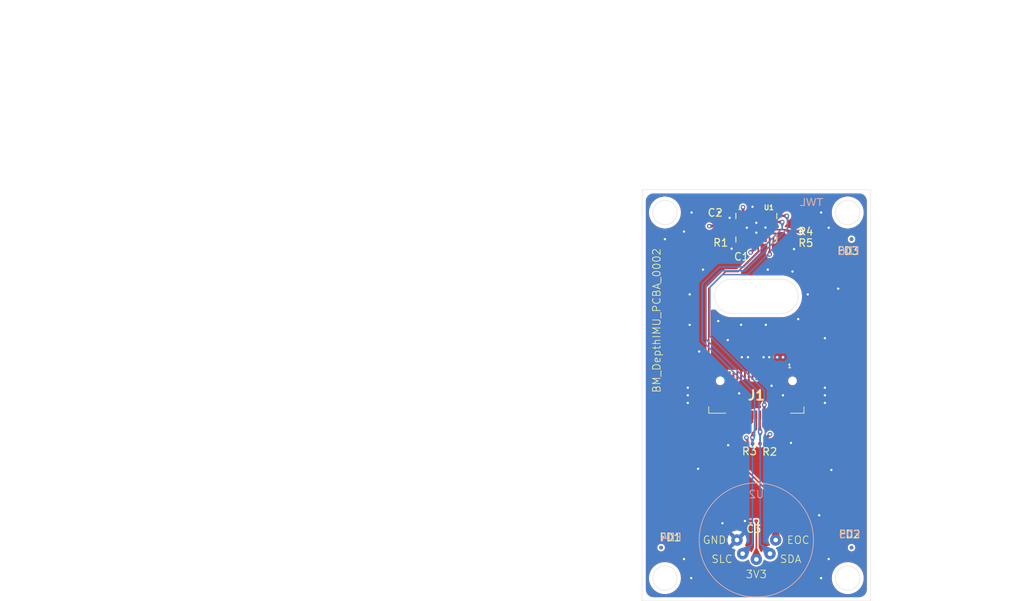
<source format=kicad_pcb>
(kicad_pcb (version 20240108) (generator "pcbnew") (generator_version "8.0")
  (layers (0 "F.Cu" jumper) (1 "In1.Cu" power "GND") (2 "In2.Cu" power "PWR") (31 "B.Cu" signal) (34 "B.Paste" user) (35 "F.Paste" user) (36 "B.SilkS" user "B.Silkscreen") (37 "F.SilkS" user "F.Silkscreen") (38 "B.Mask" user) (39 "F.Mask" user) (44 "Edge.Cuts" user))
  (net 0 "")
  (net 1 "Net-(U1-CAP)")
  (net 2 "GND")
  (net 3 "+3.3V")
  (net 13 "SDA")
  (net 20 "Net-(U1-~{BOOT})")
  (net 21 "SLC")
  (net 35 "EOC")
  (net 36 "~{IMU_RST}")
  (net 37 "~{IMU_INT}")
  (net 39 "Net-(U1-SA0{slash}H_MOSI)")
  (footprint "Capacitor_SMD:C_0201_0603Metric" (layer "F.Cu") (at 149.745 112 180)
    (property "Reference" "C3" (at 0 -1.05 0) (layer "F.SilkS"))
    (property "Value" "100nF 16V X5R")
    (pad "1" smd roundrect (at -0.32 0 180) (size 0.46 0.4) (layers "F.Cu" "F.Mask") (net 3 "+3.3V"))
    (pad "2" smd roundrect (at 0.32 0 180) (size 0.46 0.4) (layers "F.Cu" "F.Mask") (net 2 "GND"))
  )
  (footprint "Fiducial:Fiducial_0.5mm_Mask1mm" (layer "F.Cu") (at 162.59 75)
    (property "Reference" "FD3" (at -0.45 1.55 0) (layer "F.SilkS"))
    (property "Value" "Fiducial_0.5mm_Mask1mm")
    (pad "" smd circle (at 0 0) (size 0.5 0.5) (layers "F.Cu" "F.Mask") (clearance 0.25))
  )
  (footprint "Resistor_SMD:R_0201_0603Metric" (layer "F.Cu") (at 154.59 73.9375 180)
    (property "Reference" "R4" (at -2 -0.0625 0) (layer "F.SilkS"))
    (property "Value" "0")
    (pad "1" smd roundrect (at -0.32 0 180) (size 0.46 0.4) (layers "F.Cu" "F.Mask") (net 3 "+3.3V"))
    (pad "2" smd roundrect (at 0.32 0 180) (size 0.46 0.4) (layers "F.Cu" "F.Mask") (net 39 "Net-(U1-SA0{slash}H_MOSI)"))
  )
  (footprint "Resistor_SMD:R_0201_0603Metric" (layer "F.Cu") (at 149.27 101.85)
    (property "Reference" "R3" (at -0.08 1 0) (layer "F.SilkS"))
    (property "Value" "2K2")
    (pad "1" smd roundrect (at -0.32 0) (size 0.46 0.4) (layers "F.Cu" "F.Mask") (net 3 "+3.3V"))
    (pad "2" smd roundrect (at 0.32 0) (size 0.46 0.4) (layers "F.Cu" "F.Mask") (net 21 "SLC"))
  )
  (footprint "Resistor_SMD:R_0201_0603Metric" (layer "F.Cu") (at 145.485073 74.32449)
    (property "Reference" "R1" (at -0.068421 1.138496 0) (layer "F.SilkS"))
    (property "Value" "10K")
    (pad "1" smd roundrect (at -0.32 0) (size 0.46 0.4) (layers "F.Cu" "F.Mask") (net 3 "+3.3V"))
    (pad "2" smd roundrect (at 0.32 0) (size 0.46 0.4) (layers "F.Cu" "F.Mask") (net 20 "Net-(U1-~{BOOT})"))
  )
  (footprint "Capacitor_SMD:C_0201_0603Metric" (layer "F.Cu") (at 145.166532 72.928579 90)
    (property "Reference" "C2" (at 1.399817 -0.483175 0) (layer "F.SilkS"))
    (property "Value" "100nF 16V X5R")
    (pad "1" smd roundrect (at -0.32 0 90) (size 0.46 0.4) (layers "F.Cu" "F.Mask") (net 3 "+3.3V"))
    (pad "2" smd roundrect (at 0.32 0 90) (size 0.46 0.4) (layers "F.Cu" "F.Mask") (net 2 "GND") (thermal_bridge_width 0.1))
  )
  (footprint "Capacitor_SMD:C_0201_0603Metric" (layer "F.Cu") (at 148.145 76.25 180)
    (property "Reference" "C1" (at 0 -1.05 0) (layer "F.SilkS"))
    (property "Value" "100nF 16V X5R")
    (pad "1" smd roundrect (at -0.32 0 180) (size 0.46 0.4) (layers "F.Cu" "F.Mask") (net 1 "Net-(U1-CAP)"))
    (pad "2" smd roundrect (at 0.32 0 180) (size 0.46 0.4) (layers "F.Cu" "F.Mask") (net 2 "GND") (thermal_bridge_width 0.1))
  )
  (footprint "Sensor Motion BNO085:IC_BNO085" (layer "F.Cu") (at 150.09 73.5)
    (property "Reference" "U1" (at 1.65 -2.65 0) (layer "F.SilkS") (effects (font (size 0.64 0.64))))
    (property "Value" "BNO085")
    (fp_line (start -2.6885 -1.9) (end -2.6885 -1.1885) (stroke (width 0.127)) (layer "F.SilkS"))
    (fp_line (start -2.6885 1.9) (end -2.6885 1.1885) (stroke (width 0.127)) (layer "F.SilkS"))
    (fp_line (start 2.6885 -1.9) (end 2.6885 -1.1885) (stroke (width 0.127)) (layer "F.SilkS"))
    (fp_line (start 2.6885 1.9) (end 2.6885 1.1885) (stroke (width 0.127)) (layer "F.SilkS"))
    (fp_circle (center -2.25 -2.4) (end -2.2 -2.4) (stroke (width 0.1)) (fill none) (layer "F.SilkS"))
    (pad "1" smd rect (at -2.25 -1.5625) (size 0.25 0.675) (layers "F.Cu" "F.Paste" "F.Mask"))
    (pad "2" smd rect (at -2.3125 -0.75) (size 0.575 0.25) (layers "F.Cu" "F.Paste" "F.Mask") (net 2 "GND"))
    (pad "3" smd rect (at -2.3125 -0.25) (size 0.575 0.25) (layers "F.Cu" "F.Paste" "F.Mask") (net 3 "+3.3V"))
    (pad "4" smd rect (at -2.3125 0.25) (size 0.575 0.25) (layers "F.Cu" "F.Paste" "F.Mask") (net 20 "Net-(U1-~{BOOT})"))
    (pad "5" smd rect (at -2.3125 0.75) (size 0.575 0.25) (layers "F.Cu" "F.Paste" "F.Mask") (net 2 "GND"))
    (pad "6" smd rect (at -2.25 1.5625) (size 0.25 0.675) (layers "F.Cu" "F.Paste" "F.Mask") (net 2 "GND"))
    (pad "7" smd rect (at -1.75 1.5625) (size 0.25 0.675) (layers "F.Cu" "F.Paste" "F.Mask"))
    (pad "8" smd rect (at -1.25 1.5625) (size 0.25 0.675) (layers "F.Cu" "F.Paste" "F.Mask"))
    (pad "9" smd rect (at -0.75 1.5625) (size 0.25 0.675) (layers "F.Cu" "F.Paste" "F.Mask") (net 1 "Net-(U1-CAP)"))
    (pad "10" smd rect (at -0.25 1.5625) (size 0.25 0.675) (layers "F.Cu" "F.Paste" "F.Mask") (net 3 "+3.3V"))
    (pad "11" smd rect (at 0.25 1.5625) (size 0.25 0.675) (layers "F.Cu" "F.Paste" "F.Mask") (net 36 "~{IMU_RST}"))
    (pad "12" smd rect (at 0.75 1.5625) (size 0.25 0.675) (layers "F.Cu" "F.Paste" "F.Mask"))
    (pad "13" smd rect (at 1.25 1.5625) (size 0.25 0.675) (layers "F.Cu" "F.Paste" "F.Mask"))
    (pad "14" smd rect (at 1.75 1.5625) (size 0.25 0.675) (layers "F.Cu" "F.Paste" "F.Mask") (net 37 "~{IMU_INT}"))
    (pad "15" smd rect (at 2.25 1.5625) (size 0.25 0.675) (layers "F.Cu" "F.Paste" "F.Mask"))
    (pad "16" smd rect (at 2.3125 0.75) (size 0.575 0.25) (layers "F.Cu" "F.Paste" "F.Mask"))
    (pad "17" smd rect (at 2.3125 0.25) (size 0.575 0.25) (layers "F.Cu" "F.Paste" "F.Mask") (net 39 "Net-(U1-SA0{slash}H_MOSI)"))
    (pad "18" smd rect (at 2.3125 -0.25) (size 0.575 0.25) (layers "F.Cu" "F.Paste" "F.Mask"))
    (pad "19" smd rect (at 2.3125 -0.75) (size 0.575 0.25) (layers "F.Cu" "F.Paste" "F.Mask") (net 21 "SLC"))
    (pad "20" smd rect (at 2.25 -1.5625) (size 0.25 0.675) (layers "F.Cu" "F.Paste" "F.Mask") (net 13 "SDA"))
    (pad "21" smd rect (at 1.75 -1.5625) (size 0.25 0.675) (layers "F.Cu" "F.Paste" "F.Mask"))
    (pad "22" smd rect (at 1.25 -1.5625) (size 0.25 0.675) (layers "F.Cu" "F.Paste" "F.Mask"))
    (pad "23" smd rect (at 0.75 -1.5625) (size 0.25 0.675) (layers "F.Cu" "F.Paste" "F.Mask"))
    (pad "24" smd rect (at 0.25 -1.5625) (size 0.25 0.675) (layers "F.Cu" "F.Paste" "F.Mask"))
    (pad "25" smd rect (at -0.25 -1.5625) (size 0.25 0.675) (layers "F.Cu" "F.Paste" "F.Mask") (net 2 "GND"))
    (pad "26" smd rect (at -0.75 -1.5625) (size 0.25 0.675) (layers "F.Cu" "F.Paste" "F.Mask") (net 2 "GND"))
    (pad "27" smd rect (at -1.25 -1.5625) (size 0.25 0.675) (layers "F.Cu" "F.Paste" "F.Mask"))
    (pad "28" smd rect (at -1.75 -1.5625) (size 0.25 0.675) (layers "F.Cu" "F.Paste" "F.Mask") (net 3 "+3.3V"))
  )
  (footprint "Hirose Connectors:DF172030DP05V57" (layer "F.Cu") (at 150.09 95.5 180)
    (property "Reference" "J1" (at 0 0 0) (layer "F.SilkS") (effects (font (size 1.27 1.27) (thickness 0.254))))
    (property "Value" "DF17_2.0_-30DP-0.5V_57_" (hide yes))
    (fp_line (start 6.25 -2.35) (end 6.25 -1.5) (stroke (width 0.1)) (layer "F.SilkS"))
    (fp_line (start 4 -2.35) (end 6.25 -2.35) (stroke (width 0.1)) (layer "F.SilkS"))
    (fp_line (start -4.5 -2.35) (end -6.25 -2.35) (stroke (width 0.1)) (layer "F.SilkS"))
    (fp_line (start -6.25 -2.35) (end -6.25 -1.5) (stroke (width 0.1)) (layer "F.SilkS"))
    (pad "" np_thru_hole circle (at -4.75 1.9 180) (size 0.65 0.65) (drill 0.65) (layers "*.Cu" "*.Mask"))
    (pad "" np_thru_hole circle (at 4.75 1.9 180) (size 0.65 0.65) (drill 0.65) (layers "*.Cu" "*.Mask"))
    (pad "1" smd rect (at -3.5 2.575 180) (size 0.25 1.15) (layers "F.Cu" "F.Paste" "F.Mask") (net 3 "+3.3V"))
    (pad "2" smd rect (at -3.5 -2.575 180) (size 0.25 1.15) (layers "F.Cu" "F.Paste" "F.Mask"))
    (pad "3" smd rect (at -3 2.575 180) (size 0.25 1.15) (layers "F.Cu" "F.Paste" "F.Mask") (net 3 "+3.3V"))
    (pad "4" smd rect (at -3 -2.575 180) (size 0.25 1.15) (layers "F.Cu" "F.Paste" "F.Mask"))
    (pad "5" smd rect (at -2.5 2.575 180) (size 0.25 1.15) (layers "F.Cu" "F.Paste" "F.Mask") (net 3 "+3.3V"))
    (pad "6" smd rect (at -2.5 -2.575 180) (size 0.25 1.15) (layers "F.Cu" "F.Paste" "F.Mask"))
    (pad "7" smd rect (at -2 2.575 180) (size 0.25 1.15) (layers "F.Cu" "F.Paste" "F.Mask") (net 2 "GND"))
    (pad "8" smd rect (at -2 -2.575 180) (size 0.25 1.15) (layers "F.Cu" "F.Paste" "F.Mask"))
    (pad "9" smd rect (at -1.5 2.575 180) (size 0.25 1.15) (layers "F.Cu" "F.Paste" "F.Mask") (net 2 "GND"))
    (pad "10" smd rect (at -1.5 -2.575 180) (size 0.25 1.15) (layers "F.Cu" "F.Paste" "F.Mask"))
    (pad "11" smd rect (at -1 2.575 180) (size 0.25 1.15) (layers "F.Cu" "F.Paste" "F.Mask") (net 2 "GND"))
    (pad "12" smd rect (at -1 -2.575 180) (size 0.25 1.15) (layers "F.Cu" "F.Paste" "F.Mask") (net 37 "~{IMU_INT}"))
    (pad "13" smd rect (at -0.5 2.575 180) (size 0.25 1.15) (layers "F.Cu" "F.Paste" "F.Mask"))
    (pad "14" smd rect (at -0.5 -2.575 180) (size 0.25 1.15) (layers "F.Cu" "F.Paste" "F.Mask") (net 13 "SDA"))
    (pad "15" smd rect (at 0 2.575 180) (size 0.25 1.15) (layers "F.Cu" "F.Paste" "F.Mask"))
    (pad "16" smd rect (at 0 -2.575 180) (size 0.25 1.15) (layers "F.Cu" "F.Paste" "F.Mask") (net 21 "SLC"))
    (pad "17" smd rect (at 0.5 2.575 180) (size 0.25 1.15) (layers "F.Cu" "F.Paste" "F.Mask"))
    (pad "18" smd rect (at 0.5 -2.575 180) (size 0.25 1.15) (layers "F.Cu" "F.Paste" "F.Mask") (net 35 "EOC"))
    (pad "19" smd rect (at 1 2.575 180) (size 0.25 1.15) (layers "F.Cu" "F.Paste" "F.Mask") (net 2 "GND"))
    (pad "20" smd rect (at 1 -2.575 180) (size 0.25 1.15) (layers "F.Cu" "F.Paste" "F.Mask"))
    (pad "21" smd rect (at 1.5 2.575 180) (size 0.25 1.15) (layers "F.Cu" "F.Paste" "F.Mask") (net 2 "GND"))
    (pad "22" smd rect (at 1.5 -2.575 180) (size 0.25 1.15) (layers "F.Cu" "F.Paste" "F.Mask"))
    (pad "23" smd rect (at 2 2.575 180) (size 0.25 1.15) (layers "F.Cu" "F.Paste" "F.Mask") (net 2 "GND"))
    (pad "24" smd rect (at 2 -2.575 180) (size 0.25 1.15) (layers "F.Cu" "F.Paste" "F.Mask"))
    (pad "25" smd rect (at 2.5 2.575 180) (size 0.25 1.15) (layers "F.Cu" "F.Paste" "F.Mask"))
    (pad "26" smd rect (at 2.5 -2.575 180) (size 0.25 1.15) (layers "F.Cu" "F.Paste" "F.Mask") (net 36 "~{IMU_RST}"))
    (pad "27" smd rect (at 3 2.575 180) (size 0.25 1.15) (layers "F.Cu" "F.Paste" "F.Mask"))
    (pad "28" smd rect (at 3 -2.575 180) (size 0.25 1.15) (layers "F.Cu" "F.Paste" "F.Mask"))
    (pad "29" smd rect (at 3.5 2.575 180) (size 0.25 1.15) (layers "F.Cu" "F.Paste" "F.Mask"))
    (pad "30" smd rect (at 3.5 -2.575 180) (size 0.25 1.15) (layers "F.Cu" "F.Paste" "F.Mask"))
    (pad "MP1" smd rect (at -5.75 0 180) (size 1.4 2.1) (layers "F.Cu" "F.Paste" "F.Mask") (net 2 "GND"))
    (pad "MP2" smd rect (at 5.75 0 180) (size 1.4 2.1) (layers "F.Cu" "F.Paste" "F.Mask") (net 2 "GND"))
  )
  (footprint "Fiducial:Fiducial_0.5mm_Mask1mm" (layer "F.Cu") (at 137.59 115.5)
    (property "Reference" "FD1" (at 1.2 -1.35 0) (layer "F.SilkS"))
    (property "Value" "Fiducial_0.5mm_Mask1mm")
    (pad "" smd circle (at 0 0) (size 0.5 0.5) (layers "F.Cu" "F.Mask") (clearance 0.25))
  )
  (footprint "Resistor_SMD:R_0201_0603Metric" (layer "F.Cu") (at 150.89 101.85 180)
    (property "Reference" "R2" (at -0.95 -1.059433 0) (layer "F.SilkS"))
    (property "Value" "2K2")
    (pad "1" smd roundrect (at -0.32 0 180) (size 0.46 0.4) (layers "F.Cu" "F.Mask") (net 3 "+3.3V"))
    (pad "2" smd roundrect (at 0.32 0 180) (size 0.46 0.4) (layers "F.Cu" "F.Mask") (net 13 "SDA"))
  )
  (footprint "Fiducial:Fiducial_0.5mm_Mask1mm" (layer "F.Cu") (at 162.59 115.5)
    (property "Reference" "FD2" (at -0.25 -1.75 0) (layer "F.SilkS"))
    (property "Value" "Fiducial_0.5mm_Mask1mm")
    (pad "" smd circle (at 0 0) (size 0.5 0.5) (layers "F.Cu" "F.Mask") (clearance 0.25))
  )
  (footprint "Resistor_SMD:R_0201_0603Metric" (layer "F.Cu") (at 154.59 75)
    (property "Reference" "R5" (at 2 0.5 0) (layer "F.SilkS"))
    (property "Value" "0R")
    (pad "1" smd roundrect (at -0.32 0) (size 0.46 0.4) (layers "F.Cu" "F.Mask") (net 39 "Net-(U1-SA0{slash}H_MOSI)"))
    (pad "2" smd roundrect (at 0.32 0) (size 0.46 0.4) (layers "F.Cu" "F.Mask") (net 2 "GND") (thermal_bridge_width 0.1))
  )
  (footprint "Fiducial:Fiducial_0.5mm_Mask1mm" (layer "B.Cu") (at 162.59 115.5 180)
    (property "Reference" "FD5" (at 0.25 1.75 0) (layer "B.SilkS") (effects (justify mirror)))
    (property "Value" "Fiducial_0.5mm_Mask1mm")
    (pad "" smd circle (at 0 0 180) (size 0.5 0.5) (layers "B.Cu" "B.Mask") (clearance 0.25))
  )
  (footprint "Fiducial:Fiducial_0.5mm_Mask1mm" (layer "B.Cu") (at 162.59 75 180)
    (property "Reference" "FD6" (at 0.35 -1.55 0) (layer "B.SilkS") (effects (justify mirror)))
    (property "Value" "Fiducial_0.5mm_Mask1mm")
    (pad "" smd circle (at 0 0 180) (size 0.5 0.5) (layers "B.Cu" "B.Mask") (clearance 0.25))
  )
  (footprint "Fiducial:Fiducial_0.5mm_Mask1mm" (layer "B.Cu") (at 137.59 115.5 180)
    (property "Reference" "FD4" (at -1.3 1.35 0) (layer "B.SilkS") (effects (justify mirror)))
    (property "Value" "Fiducial_0.5mm_Mask1mm")
    (pad "" smd circle (at 0 0 180) (size 0.5 0.5) (layers "B.Cu" "B.Mask") (clearance 0.25))
  )
  (footprint "PA-7LD:PA-7LD" (layer "B.Cu") (at 150.09 114.5 180)
    (property "Reference" "U2" (at 0 6 0) (layer "B.SilkS") (effects (font (thickness 0.1)) (justify mirror)))
    (property "Value" "Series 7LD")
    (fp_circle (center 0 0) (end 7.5 0) (stroke (width 0.1)) (fill none) (layer "B.SilkS"))
    (pad "1" thru_hole circle (at -2.54 0 180) (size 1.5 1.5) (drill 0.6) (layers "*.Cu" "*.Mask") (net 35 "EOC"))
    (pad "2" thru_hole circle (at -1.795 -1.795 180) (size 1.5 1.5) (drill 0.6) (layers "*.Cu" "*.Mask") (net 13 "SDA"))
    (pad "3" thru_hole circle (at 0 -2.54 180) (size 1.5 1.5) (drill 0.6) (layers "*.Cu" "*.Mask") (net 3 "+3.3V"))
    (pad "4" thru_hole circle (at 1.795 -1.795 180) (size 1.5 1.5) (drill 0.6) (layers "*.Cu" "*.Mask") (net 21 "SLC"))
    (pad "5" thru_hole circle (at 2.54 0 180) (size 1.5 1.5) (drill 0.6) (layers "*.Cu" "*.Mask") (net 2 "GND"))
  )
  (gr_line (start 146.84 80.25) (end 153.34 80.25) (stroke (width 0.05)) (layer "Edge.Cuts"))
  (gr_rect (start 135.09 68.5) (end 165.09 122.5) (stroke (width 0.05)) (fill none) (layer "Edge.Cuts"))
  (gr_line (start 146.84 84.75) (end 153.34 84.75) (stroke (width 0.05)) (layer "Edge.Cuts"))
  (gr_arc (start 153.34 80.25) (mid 155.59 82.5) (end 153.34 84.75) (stroke (width 0.05)) (layer "Edge.Cuts"))
  (gr_arc (start 146.84 84.75) (mid 144.59 82.5) (end 146.84 80.25) (stroke (width 0.05)) (layer "Edge.Cuts"))
  (gr_circle (center 138.09 119.5) (end 139.69 119.5) (stroke (width 0.05)) (fill none) (layer "Edge.Cuts"))
  (gr_circle (center 162.09 71.5) (end 163.69 71.5) (stroke (width 0.05)) (fill none) (layer "Edge.Cuts"))
  (gr_circle (center 138.09 71.5) (end 139.69 71.5) (stroke (width 0.05)) (fill none) (layer "Edge.Cuts"))
  (gr_circle (center 162.09 119.5) (end 163.69 119.5) (stroke (width 0.05)) (fill none) (layer "Edge.Cuts"))
  (gr_text "TWL" (at 158.84 70.8 -0) (layer "B.SilkS") (effects (font (size 1 1) (thickness 0.1)) (justify left bottom mirror)))
  (gr_text "EOC" (at 155.59 114.5 0) (layer "F.SilkS") (effects (font (size 1 1) (thickness 0.1))))
  (gr_text "SLC" (at 145.59 117 0) (layer "F.SilkS") (effects (font (size 1 1) (thickness 0.1))))
  (gr_text "1" (at 154.14 91.95 0) (layer "F.SilkS") (effects (font (size 0.5 0.5) (thickness 0.125) (bold yes)) (justify left bottom)))
  (gr_text "GND" (at 144.59 114.5 0) (layer "F.SilkS") (effects (font (size 1 1) (thickness 0.1))))
  (gr_text "BM_DepthIMU_PCBA_0002" (at 137.59 95.25 90) (layer "F.SilkS") (effects (font (size 1 1) (thickness 0.1)) (justify left bottom)))
  (gr_text "3V3" (at 150.09 119 0) (layer "F.SilkS") (effects (font (size 1 1) (thickness 0.1))))
  (gr_text "SDA" (at 154.59 117 0) (layer "F.SilkS") (effects (font (size 1 1) (thickness 0.1))))
  (segment (start 149.34 75.915) (end 149.005 76.25) (width 0.2) (layer "F.Cu") (net 1))
  (segment (start 149.34 75.915) (end 149.34 75.0625) (width 0.2) (layer "F.Cu") (net 1))
  (segment (start 149.005 76.25) (end 148.465 76.25) (width 0.2) (layer "F.Cu") (net 1))
  (segment (start 152.09 92.925) (end 152.09 92.25) (width 0.2) (layer "F.Cu") (net 2))
  (segment (start 147.825 76.25) (end 147.19 76.25) (width 0.2) (layer "F.Cu") (net 2))
  (segment (start 154.91 75) (end 155.54 75) (width 0.2) (layer "F.Cu") (net 2))
  (segment (start 145.166532 72.608579) (end 145.166532 71.473468) (width 0.2) (layer "F.Cu") (net 2))
  (segment (start 152.09 92.25) (end 152.04 92.2) (width 0.2) (layer "F.Cu") (net 2))
  (segment (start 149.425 112) (end 148.89 112) (width 0.2) (layer "F.Cu") (net 2))
  (segment (start 145.166532 71.473468) (end 145.19 71.45) (width 0.2) (layer "F.Cu") (net 2))
  (via (at 146.39 102.05) (size 0.6) (drill 0.3) (layers "F.Cu" "B.Cu") (net 2))
  (via (at 153.59 95.5) (size 0.6) (drill 0.3) (layers "F.Cu" "B.Cu") (net 2))
  (via (at 141.54 119.5) (size 0.6) (drill 0.3) (layers "F.Cu" "B.Cu") (net 2))
  (via (at 159.59 73.5) (size 0.6) (drill 0.3) (layers "F.Cu" "B.Cu") (net 2))
  (via (at 159.09 95.5) (size 0.6) (drill 0.3) (layers "F.Cu" "B.Cu") (net 2))
  (via (at 155.59 85.5) (size 0.6) (drill 0.3) (layers "F.Cu" "B.Cu") (net 2))
  (via (at 159.59 117) (size 0.6) (drill 0.3) (layers "F.Cu" "B.Cu") (net 2))
  (via (at 158.59 119.5) (size 0.6) (drill 0.3) (layers "F.Cu" "B.Cu") (net 2))
  (via (at 152.09 94.25) (size 0.6) (drill 0.3) (layers "F.Cu" "B.Cu") (net 2))
  (via (at 148.84 73.5) (size 0.6) (drill 0.3) (layers "F.Cu" "B.Cu") (net 2))
  (via (at 147.84 95.25) (size 0.6) (drill 0.3) (layers "F.Cu" "B.Cu") (net 2))
  (via (at 159.09 88) (size 0.6) (drill 0.3) (layers "F.Cu" "B.Cu") (net 2))
  (via (at 141.09 94.5) (size 0.6) (drill 0.3) (layers "F.Cu" "B.Cu") (net 2))
  (via (at 159.09 94.5) (size 0.6) (drill 0.3) (layers "F.Cu" "B.Cu") (net 2))
  (via (at 145.09 85.75) (size 0.6) (drill 0.3) (layers "F.Cu" "B.Cu") (net 2))
  (via (at 146.59 72.2) (size 0.6) (drill 0.3) (layers "F.Cu" "B.Cu") (net 2))
  (via (at 141.09 96.5) (size 0.6) (drill 0.3) (layers "F.Cu" "B.Cu") (net 2))
  (via (at 151.34 86.25) (size 0.6) (drill 0.3) (layers "F.Cu" "B.Cu") (net 2))
  (via (at 140.59 74) (size 0.6) (drill 0.3) (layers "F.Cu" "B.Cu") (net 2))
  (via (at 151.29 73.476471) (size 0.6) (drill 0.3) (layers "F.Cu" "B.Cu") (net 2))
  (via (at 146.34 88.25) (size 0.6) (drill 0.3) (layers "F.Cu" "B.Cu") (net 2))
  (via (at 154.84 79.25) (size 0.6) (drill 0.3) (layers "F.Cu" "B.Cu") (net 2))
  (via (at 151.79 90.5) (size 0.6) (drill 0.3) (layers "F.Cu" "B.Cu") (net 2))
  (via (at 159.09 96.5) (size 0.6) (drill 0.3) (layers "F.Cu" "B.Cu") (net 2))
  (via (at 148.99 90.5) (size 0.6) (drill 0.3) (layers "F.Cu" "B.Cu") (net 2))
  (via (at 142.44 105.15) (size 0.6) (drill 0.3) (layers "F.Cu" "B.Cu") (net 2))
  (via (at 149.59 70.75) (size 0.6) (drill 0.3) (layers "F.Cu" "B.Cu") (net 2))
  (via (at 148.59 112) (size 0.6) (drill 0.3) (layers "F.Cu" "B.Cu") (net 2))
  (via (at 141.59 71.5) (size 0.6) (drill 0.3) (layers "F.Cu" "B.Cu") (net 2))
  (via (at 148.19 90.5) (size 0.6) (drill 0.3) (layers "F.Cu" "B.Cu") (net 2))
  (via (at 141.09 95.5) (size 0.6) (drill 0.3) (layers "F.Cu" "B.Cu") (net 2))
  (via (at 151.04 90.5) (size 0.6) (drill 0.3) (layers "F.Cu" "B.Cu") (net 2))
  (via (at 142.59 89.75) (size 0.6) (drill 0.3) (layers "F.Cu" "B.Cu") (net 2))
  (via (at 156.84 82.25) (size 0.6) (drill 0.3) (layers "F.Cu" "B.Cu") (net 2))
  (via (at 159.94 105.3) (size 0.6) (drill 0.3) (layers "F.Cu" "B.Cu") (net 2))
  (via (at 140.59 117) (size 0.6) (drill 0.3) (layers "F.Cu" "B.Cu") (net 2))
  (via (at 141.34 86.25) (size 0.6) (drill 0.3) (layers "F.Cu" "B.Cu") (net 2))
  (via (at 158.59 71.5) (size 0.6) (drill 0.3) (layers "F.Cu" "B.Cu") (net 2))
  (via (at 138.09 75) (size 0.6) (drill 0.3) (layers "F.Cu" "B.Cu") (net 2))
  (via (at 160.84 81.5) (size 0.6) (drill 0.3) (layers "F.Cu" "B.Cu") (net 2))
  (via (at 150.09 72.85) (size 0.6) (drill 0.3) (layers "F.Cu" "B.Cu") (net 2))
  (via (at 158.34 111.25) (size 0.6) (drill 0.3) (layers "F.Cu" "B.Cu") (net 2))
  (via (at 150.09 74.15) (size 0.6) (drill 0.3) (layers "F.Cu" "B.Cu") (net 2))
  (via (at 141.34 82.25) (size 0.6) (drill 0.3) (layers "F.Cu" "B.Cu") (net 2))
  (via (at 143.09 79) (size 0.6) (drill 0.3) (layers "F.Cu" "B.Cu") (net 2))
  (via (at 145.19 71.45) (size 0.6) (drill 0.3) (layers "F.Cu" "B.Cu") (net 2))
  (via (at 148.09 86.25) (size 0.6) (drill 0.3) (layers "F.Cu" "B.Cu") (net 2))
  (via (at 155.04 76.3) (size 0.6) (drill 0.3) (layers "F.Cu" "B.Cu") (net 2))
  (via (at 145.64 112.3) (size 0.6) (drill 0.3) (layers "F.Cu" "B.Cu") (net 2))
  (via (at 146.84 76.25) (size 0.6) (drill 0.3) (layers "F.Cu" "B.Cu") (net 2))
  (via (at 154.64 101.75) (size 0.6) (drill 0.3) (layers "F.Cu" "B.Cu") (net 2))
  (via (at 151.59 79) (size 0.6) (drill 0.3) (layers "F.Cu" "B.Cu") (net 2))
  (segment (start 150.09 112.025) (end 150.065 112) (width 0.2) (layer "F.Cu") (net 3))
  (segment (start 151.21 101.85) (end 151.21 101.296531) (width 0.2) (layer "F.Cu") (net 3))
  (segment (start 145.165073 73.250038) (end 145.166532 73.248579) (width 0.2) (layer "F.Cu") (net 3))
  (segment (start 146.690808 73.247283) (end 146.693525 73.25) (width 0.2) (layer "F.Cu") (net 3))
  (segment (start 151.21 101.296531) (end 151.886321 100.62021) (width 0.2) (layer "F.Cu") (net 3))
  (segment (start 146.693525 73.25) (end 147.7775 73.25) (width 0.2) (layer "F.Cu") (net 3))
  (segment (start 148.95 101.210003) (end 148.789997 101.05) (width 0.2) (layer "F.Cu") (net 3))
  (segment (start 149.84 76.25) (end 149.34 76.75) (width 0.2) (layer "F.Cu") (net 3))
  (segment (start 150.09 117.04) (end 150.09 112.025) (width 0.2) (layer "F.Cu") (net 3))
  (segment (start 143.94801 73.247283) (end 143.905667 73.289626) (width 0.2) (layer "F.Cu") (net 3))
  (segment (start 145.165073 74.32449) (end 145.165073 73.250038) (width 0.2) (layer "F.Cu") (net 3))
  (segment (start 149.84 75.0625) (end 149.84 76.25) (width 0.2) (layer "F.Cu") (net 3))
  (segment (start 146.690808 73.247283) (end 145.167828 73.247283) (width 0.2) (layer "F.Cu") (net 3))
  (segment (start 143.946714 73.248579) (end 143.905667 73.289626) (width 0.2) (layer "F.Cu") (net 3))
  (segment (start 148.95 101.85) (end 148.95 101.210003) (width 0.2) (layer "F.Cu") (net 3))
  (segment (start 145.167828 73.247283) (end 145.166532 73.248579) (width 0.2) (layer "F.Cu") (net 3))
  (segment (start 154.9725 74) (end 154.91 73.9375) (width 0.2) (layer "F.Cu") (net 3))
  (segment (start 155.84 74) (end 154.9725 74) (width 0.2) (layer "F.Cu") (net 3))
  (segment (start 148.34 70.8) (end 148.34 71.9375) (width 0.2) (layer "F.Cu") (net 3))
  (segment (start 145.166532 73.248579) (end 143.946714 73.248579) (width 0.2) (layer "F.Cu") (net 3))
  (via (at 155.84 74) (size 0.6) (drill 0.3) (layers "F.Cu" "B.Cu") (net 3))
  (via (at 148.789997 101.05) (size 0.6) (drill 0.3) (layers "F.Cu" "B.Cu") (net 3))
  (via (at 153.59 90.5) (size 0.6) (drill 0.3) (layers "F.Cu" "B.Cu") (net 3))
  (via (at 148.34 70.8) (size 0.6) (drill 0.3) (layers "F.Cu" "B.Cu") (net 3))
  (via (at 143.905667 73.289626) (size 0.6) (drill 0.3) (layers "F.Cu" "B.Cu") (net 3))
  (via (at 151.886321 100.62021) (size 0.6) (drill 0.3) (layers "F.Cu" "B.Cu") (net 3))
  (via (at 152.84 90.5) (size 0.6) (drill 0.3) (layers "F.Cu" "B.Cu") (net 3))
  (via (at 149.34 76.75) (size 0.6) (drill 0.3) (layers "F.Cu" "B.Cu") (net 3))
  (segment (start 150.57 101.85) (end 150.57 100.32) (width 0.2) (layer "F.Cu") (net 13))
  (segment (start 150.57 100.32) (end 150.59 100.3) (width 0.2) (layer "F.Cu") (net 13))
  (segment (start 150.59 98.075) (end 150.59 100.3) (width 0.2) (layer "F.Cu") (net 13))
  (segment (start 152.34 71.9375) (end 154.0775 71.9375) (width 0.2) (layer "F.Cu") (net 13))
  (segment (start 154.0775 71.9375) (end 154.09 71.95) (width 0.2) (layer "F.Cu") (net 13))
  (via (at 154.09 71.95) (size 0.6) (drill 0.3) (layers "F.Cu" "B.Cu") (net 13))
  (via (at 150.59 100.3) (size 0.6) (drill 0.3) (layers "F.Cu" "B.Cu") (net 13))
  (segment (start 154.19 73.597056) (end 148.637056 79.15) (width 0.2) (layer "B.Cu") (net 13))
  (segment (start 154.063529 71.976471) (end 154.09 71.95) (width 0.2) (layer "B.Cu") (net 13))
  (segment (start 150.59 115) (end 150.59 100.3) (width 0.2) (layer "B.Cu") (net 13))
  (segment (start 148.637056 79.15) (end 145.448718 79.15) (width 0.2) (layer "B.Cu") (net 13))
  (segment (start 154.19 72.05) (end 154.19 73.597056) (width 0.2) (layer "B.Cu") (net 13))
  (segment (start 143.487409 81.111309) (end 143.487409 88.147409) (width 0.2) (layer "B.Cu") (net 13))
  (segment (start 154.09 71.95) (end 154.19 72.05) (width 0.2) (layer "B.Cu") (net 13))
  (segment (start 145.448718 79.15) (end 143.487409 81.111309) (width 0.2) (layer "B.Cu") (net 13))
  (segment (start 143.487409 88.147409) (end 150.44 95.1) (width 0.2) (layer "B.Cu") (net 13))
  (segment (start 150.44 100.15) (end 150.59 100.3) (width 0.2) (layer "B.Cu") (net 13))
  (segment (start 151.885 116.295) (end 150.59 115) (width 0.2) (layer "B.Cu") (net 13))
  (segment (start 150.44 95.1) (end 150.44 100.15) (width 0.2) (layer "B.Cu") (net 13))
  (segment (start 146.379563 73.75) (end 145.805073 74.32449) (width 0.2) (layer "F.Cu") (net 20))
  (segment (start 147.7775 73.75) (end 146.379563 73.75) (width 0.2) (layer "F.Cu") (net 20))
  (segment (start 149.59 100.451471) (end 149.59 101.05) (width 0.2) (layer "F.Cu") (net 21))
  (segment (start 152.4025 72.75) (end 153.49 72.75) (width 0.2) (layer "F.Cu") (net 21))
  (segment (start 150.09 98.075) (end 150.09 99.951471) (width 0.2) (layer "F.Cu") (net 21))
  (segment (start 150.09 99.951471) (end 149.59 100.451471) (width 0.2) (layer "F.Cu") (net 21))
  (segment (start 149.59 101.05) (end 149.59 101.85) (width 0.2) (layer "F.Cu") (net 21))
  (via (at 149.59 101.05) (size 0.6) (drill 0.3) (layers "F.Cu" "B.Cu") (net 21))
  (via (at 153.49 72.75) (size 0.6) (drill 0.3) (layers "F.Cu" "B.Cu") (net 21))
  (segment (start 148.34 78.646447) (end 145.245164 78.646447) (width 0.2) (layer "B.Cu") (net 21))
  (segment (start 153.49 72.75) (end 153.49 73.58995) (width 0.2) (layer "B.Cu") (net 21))
  (segment (start 149.861447 100.778553) (end 149.861447 95.228553) (width 0.2) (layer "B.Cu") (net 21))
  (segment (start 149.59 101.05) (end 149.861447 100.778553) (width 0.2) (layer "B.Cu") (net 21))
  (segment (start 145.245164 78.646447) (end 142.987409 80.904202) (width 0.2) (layer "B.Cu") (net 21))
  (segment (start 149.59 101.05) (end 149.59 115) (width 0.2) (layer "B.Cu") (net 21))
  (segment (start 149.59 115) (end 148.295 116.295) (width 0.2) (layer "B.Cu") (net 21))
  (segment (start 142.987409 80.904202) (end 142.987409 88.354515) (width 0.2) (layer "B.Cu") (net 21))
  (segment (start 153.49 73.58995) (end 148.433503 78.646447) (width 0.2) (layer "B.Cu") (net 21))
  (segment (start 142.987409 88.354515) (end 149.861447 95.228553) (width 0.2) (layer "B.Cu") (net 21))
  (segment (start 148.433503 78.646447) (end 148.34 78.646447) (width 0.2) (layer "B.Cu") (net 21))
  (segment (start 149.565 99.025) (end 149.565 98.075) (width 0.2) (layer "F.Cu") (net 35))
  (segment (start 152.63 114.5) (end 152.63 109.138529) (width 0.2) (layer "F.Cu") (net 35))
  (segment (start 147.09 101.5) (end 149.565 99.025) (width 0.2) (layer "F.Cu") (net 35))
  (segment (start 152.63 109.138529) (end 147.09 103.598529) (width 0.2) (layer "F.Cu") (net 35))
  (segment (start 147.09 103.598529) (end 147.09 101.5) (width 0.2) (layer "F.Cu") (net 35))
  (segment (start 147.59 97.275) (end 147.59 98.075) (width 0.2) (layer "F.Cu") (net 36))
  (segment (start 147.688529 79.25) (end 146.055825 79.25) (width 0.2) (layer "F.Cu") (net 36))
  (segment (start 146.165 95.85) (end 147.59 97.275) (width 0.2) (layer "F.Cu") (net 36))
  (segment (start 143.84 91) (end 146.165 93.325) (width 0.2) (layer "F.Cu") (net 36))
  (segment (start 143.84 81.465825) (end 143.84 91) (width 0.2) (layer "F.Cu") (net 36))
  (segment (start 150.34 76.598529) (end 147.688529 79.25) (width 0.2) (layer "F.Cu") (net 36))
  (segment (start 150.34 75.0625) (end 150.34 76.598529) (width 0.2) (layer "F.Cu") (net 36))
  (segment (start 146.055825 79.25) (end 143.84 81.465825) (width 0.2) (layer "F.Cu") (net 36))
  (segment (start 146.165 93.325) (end 146.165 95.85) (width 0.2) (layer "F.Cu") (net 36))
  (segment (start 151.14 96.75) (end 151.115 96.775) (width 0.2) (layer "F.Cu") (net 37))
  (segment (start 151.84 75.0625) (end 151.84 77) (width 0.2) (layer "F.Cu") (net 37))
  (segment (start 151.115 96.775) (end 151.115 98.075) (width 0.2) (layer "F.Cu") (net 37))
  (via (at 151.14 96.75) (size 0.6) (drill 0.3) (layers "F.Cu" "B.Cu") (net 37))
  (via (at 151.84 77) (size 0.6) (drill 0.3) (layers "F.Cu" "B.Cu") (net 37))
  (segment (start 148.94 79.65) (end 145.655825 79.65) (width 0.2) (layer "B.Cu") (net 37))
  (segment (start 151.84 77) (end 151.59 77) (width 0.2) (layer "B.Cu") (net 37))
  (segment (start 143.987409 87.745938) (end 151.14 94.898529) (width 0.2) (layer "B.Cu") (net 37))
  (segment (start 143.987409 81.318416) (end 143.987409 87.745938) (width 0.2) (layer "B.Cu") (net 37))
  (segment (start 151.14 94.898529) (end 151.14 96.75) (width 0.2) (layer "B.Cu") (net 37))
  (segment (start 151.59 77) (end 148.94 79.65) (width 0.2) (layer "B.Cu") (net 37))
  (segment (start 145.655825 79.65) (end 143.987409 81.318416) (width 0.2) (layer "B.Cu") (net 37))
  (segment (start 154.0825 73.75) (end 154.27 73.9375) (width 0.2) (layer "F.Cu") (net 39))
  (segment (start 152.4025 73.75) (end 154.0825 73.75) (width 0.2) (layer "F.Cu") (net 39))
  (segment (start 154.27 73.9375) (end 154.27 75) (width 0.2) (layer "F.Cu") (net 39))
  (zone (net 0) (net_name "") (layer "F.Cu") (name "J1 GND keepout 2") (connect_pads (clearance 0)) (min_thickness 0.25)
    (keepout (tracks allowed) (vias allowed) (pads allowed) (copperpour not_allowed) (footprints allowed))
    (fill (thermal_gap 0.5) (thermal_bridge_width 0.5))
    (polygon (pts (xy 152.29 93.45) (xy 150.89 93.45) (xy 150.89 92.4) (xy 152.29 92.4)))
  )
  (zone (net 0) (net_name "") (layer "F.Cu") (name "U1 GND PAD Keepout") (connect_pads (clearance 0)) (min_thickness 0.25)
    (keepout (tracks allowed) (vias allowed) (pads allowed) (copperpour not_allowed) (footprints allowed))
    (fill (thermal_gap 0.5) (thermal_bridge_width 0.5))
    (polygon (pts (xy 147.59 74.4) (xy 148.04 74.4) (xy 148.04 74.75) (xy 147.59 74.75)))
  )
  (zone (net 0) (net_name "") (layer "F.Cu") (name "J1 GND keepout 2") (connect_pads (clearance 0)) (min_thickness 0.25)
    (keepout (tracks allowed) (vias allowed) (pads allowed) (copperpour not_allowed) (footprints allowed))
    (fill (thermal_gap 0.5) (thermal_bridge_width 0.5))
    (polygon (pts (xy 149.29 93.45) (xy 147.89 93.45) (xy 147.89 92.4) (xy 149.29 92.4)))
  )
  (zone (net 3) (net_name "+3.3V") (layer "F.Cu") (priority 4) (connect_pads (clearance 0.125)) (min_thickness 0.25) (fill yes (thermal_gap 0.5) (thermal_bridge_width 0.5))
    (polygon (pts (xy 152.44 92.4) (xy 152.39 92.3) (xy 152.39 90.25) (xy 152.64 90) (xy 153.99 90) (xy 154.29 90.25) (xy 154.29 92.15) (xy 154.04 92.4)))
  )
  (zone (net 2) (net_name "GND") (layer "F.Cu") (priority 3) (connect_pads (clearance 0.125)) (min_thickness 0.25) (fill yes (thermal_gap 0.5) (thermal_bridge_width 0.5) (smoothing fillet) (radius 1))
    (polygon (pts (xy 135.59 69) (xy 164.59 69) (xy 164.59 122) (xy 135.59 122)))
  )
  (zone (net 2) (net_name "GND") (layer "F.Cu") (priority 6) (connect_pads no (clearance 0.125)) (min_thickness 0.25) (fill yes (thermal_gap 0.5) (thermal_bridge_width 0.5) (smoothing fillet) (radius 3))
    (polygon (pts (xy 148.54 74.5) (xy 148.29 74.35) (xy 148.29 72.85) (xy 148.54 72.5) (xy 150.54 72.5) (xy 150.54 74.5)))
  )
  (zone (net 0) (net_name "") (layer "F.Cu") (name "F.Cu Cutout GND Keepout ") (connect_pads (clearance 0)) (min_thickness 0.25)
    (keepout (tracks allowed) (vias allowed) (pads allowed) (copperpour not_allowed) (footprints allowed))
    (fill (thermal_gap 0.5) (thermal_bridge_width 0.5))
    (polygon (pts (xy 147.59 79.75) (xy 148.09 79.75) (xy 148.09 79.25)))
  )
  (zone (net 0) (net_name "") (layers "F&B.Cu") (name "F.Cu Cutout GND Keepout 2") (connect_pads (clearance 0)) (min_thickness 0.25)
    (keepout (tracks allowed) (vias allowed) (pads allowed) (copperpour not_allowed) (footprints allowed))
    (fill (thermal_gap 0.5) (thermal_bridge_width 0.5))
    (polygon (pts (xy 144.09 83.25) (xy 144.09 84.25) (xy 144.84 84.25)))
  )
  (zone (net 2) (net_name "GND") (layer "B.Cu") (connect_pads (clearance 0.125)) (min_thickness 0.25) (fill yes (thermal_gap 0.5) (thermal_bridge_width 0.5) (smoothing fillet) (radius 1))
    (polygon (pts (xy 135.59 69) (xy 164.59 69) (xy 164.59 122) (xy 135.59 122)))
  )
  (zone (net 0) (net_name "") (layer "B.Cu") (name "F.Cu Cutout GND Keepout ") (connect_pads (clearance 0)) (min_thickness 0.25)
    (keepout (tracks allowed) (vias allowed) (pads allowed) (copperpour not_allowed) (footprints allowed))
    (fill (thermal_gap 0.5) (thermal_bridge_width 0.5))
    (polygon (pts (xy 149.09 79.75) (xy 149.59 79.75) (xy 149.59 79.25)))
  )
)
</source>
